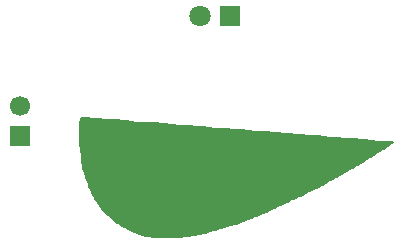
<source format=gbr>
%TF.GenerationSoftware,KiCad,Pcbnew,9.0.1*%
%TF.CreationDate,2025-05-08T10:03:42+02:00*%
%TF.ProjectId,smiley_example_pcb,736d696c-6579-45f6-9578-616d706c655f,rev?*%
%TF.SameCoordinates,Original*%
%TF.FileFunction,Soldermask,Top*%
%TF.FilePolarity,Negative*%
%FSLAX46Y46*%
G04 Gerber Fmt 4.6, Leading zero omitted, Abs format (unit mm)*
G04 Created by KiCad (PCBNEW 9.0.1) date 2025-05-08 10:03:42*
%MOMM*%
%LPD*%
G01*
G04 APERTURE LIST*
%ADD10C,0.000000*%
%ADD11R,1.700000X1.700000*%
%ADD12C,1.700000*%
%ADD13R,1.800000X1.800000*%
%ADD14C,1.800000*%
G04 APERTURE END LIST*
D10*
%TO.C,*%
G36*
X36300000Y-59375000D02*
G01*
X36624000Y-59416000D01*
X36926000Y-59449000D01*
X37247000Y-59476000D01*
X37627000Y-59501000D01*
X38107000Y-59527000D01*
X38390000Y-59540000D01*
X39626000Y-59640000D01*
X39790000Y-59660000D01*
X40550000Y-59740000D01*
X40670000Y-59750000D01*
X40803000Y-59758000D01*
X41048000Y-59771000D01*
X41360000Y-59786000D01*
X41450000Y-59790000D01*
X42018000Y-59820000D01*
X42501000Y-59856000D01*
X42975000Y-59905000D01*
X43180000Y-59930000D01*
X43560000Y-59973000D01*
X43929000Y-60006000D01*
X44341000Y-60033000D01*
X44853000Y-60058000D01*
X44920000Y-60061000D01*
X45370000Y-60083000D01*
X45750000Y-60111000D01*
X46149000Y-60151000D01*
X46400000Y-60181000D01*
X47143000Y-60258000D01*
X47880000Y-60307000D01*
X48150000Y-60319000D01*
X48434000Y-60332000D01*
X48663000Y-60343000D01*
X48770000Y-60350000D01*
X48932000Y-60363000D01*
X49150000Y-60381000D01*
X49393000Y-60405000D01*
X49693000Y-60438000D01*
X49800000Y-60452000D01*
X50453000Y-60520000D01*
X51156000Y-60567000D01*
X51420000Y-60579000D01*
X51926000Y-60605000D01*
X52400000Y-60637000D01*
X52790000Y-60672000D01*
X52940000Y-60690000D01*
X53414000Y-60748000D01*
X53898000Y-60793000D01*
X54449000Y-60829000D01*
X54870000Y-60851000D01*
X55371000Y-60878000D01*
X55813000Y-60908000D01*
X56159000Y-60939000D01*
X56330000Y-60960000D01*
X56787000Y-61016000D01*
X57378000Y-61067000D01*
X58078000Y-61108000D01*
X58340000Y-61121000D01*
X58905000Y-61152000D01*
X59414000Y-61193000D01*
X59740000Y-61230000D01*
X60326000Y-61298000D01*
X60943000Y-61348000D01*
X61514000Y-61376000D01*
X61744000Y-61380000D01*
X61949000Y-61382000D01*
X62049000Y-61392000D01*
X62100000Y-61417000D01*
X62113000Y-61428000D01*
X62154000Y-61529000D01*
X62040000Y-61638000D01*
X62013000Y-61654000D01*
X61872000Y-61743000D01*
X61833000Y-61773000D01*
X61711000Y-61850000D01*
X61630000Y-61891000D01*
X61474000Y-61984000D01*
X61420000Y-62030000D01*
X61288000Y-62128000D01*
X61220000Y-62164000D01*
X61051000Y-62261000D01*
X60996000Y-62302000D01*
X60838000Y-62407000D01*
X60776000Y-62438000D01*
X60631000Y-62524000D01*
X60590000Y-62560000D01*
X60471000Y-62646000D01*
X60388000Y-62690000D01*
X60207000Y-62793000D01*
X60138000Y-62843000D01*
X59994000Y-62937000D01*
X59943000Y-62959000D01*
X59807000Y-63036000D01*
X59761000Y-63073000D01*
X59610000Y-63177000D01*
X59508000Y-63230000D01*
X59341000Y-63324000D01*
X59270000Y-63378000D01*
X59123000Y-63477000D01*
X59074000Y-63500000D01*
X58905000Y-63591000D01*
X58849000Y-63630000D01*
X58676000Y-63734000D01*
X58615000Y-63760000D01*
X58451000Y-63846000D01*
X58405000Y-63881000D01*
X58261000Y-63973000D01*
X58162000Y-64019000D01*
X57976000Y-64119000D01*
X57939000Y-64151000D01*
X57805000Y-64243000D01*
X57764000Y-64260000D01*
X57569000Y-64348000D01*
X57458000Y-64430000D01*
X57325000Y-64512000D01*
X57243000Y-64549000D01*
X57069000Y-64637000D01*
X57005000Y-64682000D01*
X56847000Y-64780000D01*
X56775000Y-64812000D01*
X56610000Y-64895000D01*
X56556000Y-64933000D01*
X56256000Y-65099000D01*
X56132000Y-65165000D01*
X56067000Y-65212000D01*
X55794000Y-65349000D01*
X55537000Y-65474000D01*
X55533000Y-65477000D01*
X55256000Y-65610000D01*
X54990000Y-65733000D01*
X54976000Y-65743000D01*
X54745000Y-65860000D01*
X54706000Y-65873000D01*
X54431000Y-66010000D01*
X54257000Y-66108000D01*
X54156000Y-66140000D01*
X53925000Y-66235000D01*
X53884000Y-66263000D01*
X53703000Y-66372000D01*
X53550000Y-66418000D01*
X53362000Y-66508000D01*
X53329000Y-66531000D01*
X53186000Y-66619000D01*
X53130000Y-66641000D01*
X52914000Y-66712000D01*
X52768000Y-66798000D01*
X52536000Y-66914000D01*
X52492000Y-66929000D01*
X52203000Y-67068000D01*
X52066000Y-67150000D01*
X52013000Y-67170000D01*
X51709000Y-67287000D01*
X51656000Y-67325000D01*
X51483000Y-67422000D01*
X51381000Y-67455000D01*
X51080000Y-67591000D01*
X50910000Y-67681000D01*
X50755000Y-67727000D01*
X50457000Y-67839000D01*
X50418000Y-67861000D01*
X50158000Y-67971000D01*
X50106000Y-67983000D01*
X49904000Y-68045000D01*
X49823000Y-68082000D01*
X49635000Y-68181000D01*
X49495000Y-68233000D01*
X49389000Y-68259000D01*
X49167000Y-68330000D01*
X49054000Y-68379000D01*
X48818000Y-68470000D01*
X48668000Y-68503000D01*
X48480000Y-68545000D01*
X48283000Y-68611000D01*
X48039000Y-68711000D01*
X47863000Y-68764000D01*
X47779000Y-68780000D01*
X47610000Y-68812000D01*
X47453000Y-68863000D01*
X47308000Y-68922000D01*
X47039000Y-69011000D01*
X46878000Y-69049000D01*
X46594000Y-69123000D01*
X46462000Y-69171000D01*
X46288000Y-69235000D01*
X46081000Y-69280000D01*
X45785000Y-69319000D01*
X45684000Y-69330000D01*
X45287000Y-69390000D01*
X45114000Y-69428000D01*
X44868000Y-69487000D01*
X44653000Y-69523000D01*
X44398000Y-69546000D01*
X44160000Y-69560000D01*
X43842000Y-69577000D01*
X43527000Y-69595000D01*
X43429000Y-69601000D01*
X43242000Y-69611000D01*
X43087000Y-69616000D01*
X42917000Y-69614000D01*
X42684000Y-69606000D01*
X42342000Y-69590000D01*
X42320000Y-69589000D01*
X41831000Y-69561000D01*
X41463000Y-69525000D01*
X41176000Y-69477000D01*
X40930000Y-69411000D01*
X40868000Y-69390000D01*
X40705000Y-69338000D01*
X40629000Y-69320000D01*
X40451000Y-69282000D01*
X40210000Y-69187000D01*
X40175000Y-69170000D01*
X39979000Y-69083000D01*
X39861000Y-69040000D01*
X39626000Y-68915000D01*
X39387000Y-68784000D01*
X39380000Y-68781000D01*
X39179000Y-68679000D01*
X39154000Y-68659000D01*
X39009000Y-68558000D01*
X38943000Y-68522000D01*
X38784000Y-68422000D01*
X38733000Y-68381000D01*
X38592000Y-68278000D01*
X38560000Y-68261000D01*
X38427000Y-68169000D01*
X38360000Y-68109000D01*
X37995000Y-67761000D01*
X37811000Y-67590000D01*
X37571000Y-67357000D01*
X37383000Y-67149000D01*
X37289000Y-67017000D01*
X37207000Y-66900000D01*
X37176000Y-66864000D01*
X37075000Y-66716000D01*
X37038000Y-66644000D01*
X36942000Y-66482000D01*
X36898000Y-66428000D01*
X36779000Y-66246000D01*
X36759000Y-66201000D01*
X36671000Y-66025000D01*
X36628000Y-65957000D01*
X36530000Y-65765000D01*
X36500000Y-65678000D01*
X36436000Y-65510000D01*
X36395000Y-65434000D01*
X36304000Y-65282000D01*
X36241000Y-65072000D01*
X36240000Y-65066000D01*
X36147000Y-64795000D01*
X36111000Y-64719000D01*
X36026000Y-64517000D01*
X35980000Y-64322000D01*
X35922000Y-64076000D01*
X35868000Y-63903000D01*
X35795000Y-63677000D01*
X35747000Y-63445000D01*
X35711000Y-63160000D01*
X35681000Y-62914000D01*
X35652000Y-62710000D01*
X35650000Y-62700000D01*
X35560000Y-62107000D01*
X35519000Y-61720000D01*
X35506000Y-61454000D01*
X35498000Y-61091000D01*
X35496000Y-60685000D01*
X35500000Y-60293000D01*
X35510000Y-59971000D01*
X35519000Y-59830000D01*
X35554000Y-59571000D01*
X35622000Y-59416000D01*
X35757000Y-59344000D01*
X35988000Y-59339000D01*
X36300000Y-59375000D01*
G37*
%TD*%
D11*
%TO.C,SW1*%
X30480000Y-60960000D03*
D12*
X30480000Y-58420000D03*
%TD*%
D13*
%TO.C,D1*%
X48260000Y-50800000D03*
D14*
X45720000Y-50800000D03*
%TD*%
M02*

</source>
